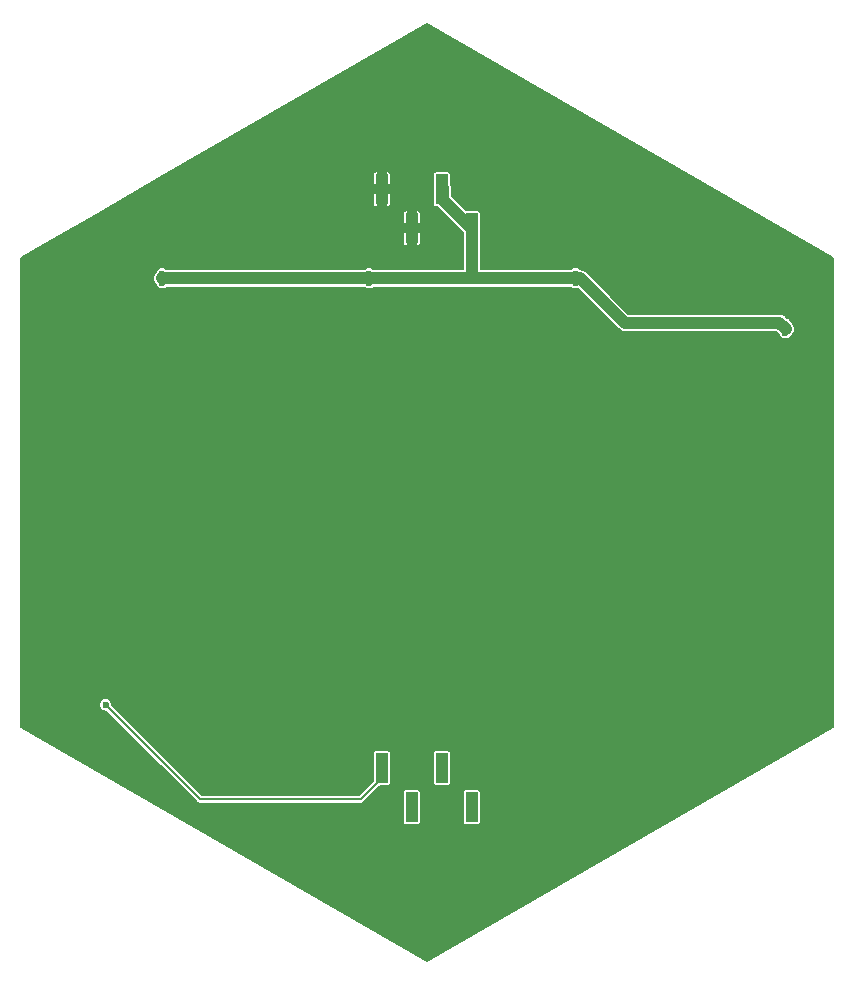
<source format=gbl>
G04 #@! TF.GenerationSoftware,KiCad,Pcbnew,5.1.5+dfsg1-2build2*
G04 #@! TF.CreationDate,2021-12-29T18:44:23+01:00*
G04 #@! TF.ProjectId,hex_led_board,6865785f-6c65-4645-9f62-6f6172642e6b,rev?*
G04 #@! TF.SameCoordinates,Original*
G04 #@! TF.FileFunction,Copper,L2,Bot*
G04 #@! TF.FilePolarity,Positive*
%FSLAX46Y46*%
G04 Gerber Fmt 4.6, Leading zero omitted, Abs format (unit mm)*
G04 Created by KiCad (PCBNEW 5.1.5+dfsg1-2build2) date 2021-12-29 18:44:23*
%MOMM*%
%LPD*%
G04 APERTURE LIST*
%ADD10R,1.000000X2.510000*%
%ADD11C,0.600000*%
%ADD12C,1.000000*%
%ADD13C,0.200000*%
%ADD14C,0.127000*%
G04 APERTURE END LIST*
D10*
X103810000Y-126655000D03*
X98730000Y-126655000D03*
X101270000Y-123345000D03*
X96190000Y-123345000D03*
X96190000Y-74345000D03*
X101270000Y-74345000D03*
X98730000Y-77655000D03*
X103810000Y-77655000D03*
D11*
X102600000Y-89000000D03*
X100600000Y-90000000D03*
X96100000Y-89500000D03*
X102600000Y-96500000D03*
X100600000Y-97500000D03*
X96100000Y-97000000D03*
X102600000Y-104000000D03*
X100600000Y-105000000D03*
X96100000Y-104500000D03*
X96100000Y-112000000D03*
X102600000Y-119000000D03*
X100600000Y-112500000D03*
X102600000Y-111500000D03*
X111350000Y-122750000D03*
X109350000Y-117000000D03*
X111350000Y-115250000D03*
X109350000Y-124500000D03*
X96100000Y-127000000D03*
X100600000Y-127500000D03*
X113600000Y-112000000D03*
X120100000Y-119000000D03*
X113600000Y-119500000D03*
X118100000Y-112500000D03*
X120100000Y-111500000D03*
X118100000Y-120000000D03*
X113600000Y-97000000D03*
X120100000Y-104000000D03*
X113600000Y-104500000D03*
X118100000Y-97500000D03*
X120100000Y-96500000D03*
X118100000Y-105000000D03*
X120100000Y-89000000D03*
X113600000Y-89500000D03*
X118100000Y-82500000D03*
X120100000Y-81500000D03*
X118100000Y-90000000D03*
X76350000Y-100250000D03*
X128850000Y-92750000D03*
X122350000Y-93250000D03*
X122350000Y-100750000D03*
X128850000Y-107750000D03*
X122350000Y-108250000D03*
X128850000Y-100250000D03*
X122350000Y-115750000D03*
X128850000Y-115250000D03*
X85100000Y-89000000D03*
X78600000Y-89500000D03*
X83100000Y-90000000D03*
X78600000Y-97000000D03*
X85100000Y-104000000D03*
X78600000Y-104500000D03*
X83100000Y-97500000D03*
X85100000Y-96500000D03*
X83100000Y-105000000D03*
X78600000Y-112000000D03*
X85100000Y-119000000D03*
X78600000Y-119500000D03*
X83100000Y-112500000D03*
X85100000Y-111500000D03*
X83100000Y-120000000D03*
X87350000Y-115750000D03*
X93850000Y-122750000D03*
X87350000Y-123250000D03*
X93850000Y-115250000D03*
X87350000Y-100750000D03*
X93850000Y-100250000D03*
X87350000Y-108250000D03*
X92100000Y-109500000D03*
X92100000Y-102000000D03*
X87350000Y-85750000D03*
X93850000Y-85250000D03*
X87350000Y-93250000D03*
X92100000Y-94500000D03*
X92100000Y-87000000D03*
X111350000Y-100250000D03*
X109600000Y-109500000D03*
X109600000Y-102000000D03*
X111350000Y-85250000D03*
X109600000Y-94500000D03*
X109600000Y-87000000D03*
X109600000Y-79500000D03*
X87350000Y-78250000D03*
X92100000Y-79500000D03*
X76350000Y-107750000D03*
X74600000Y-117000000D03*
X74600000Y-109500000D03*
X76350000Y-92750000D03*
X74600000Y-102000000D03*
X74600000Y-94500000D03*
X74600000Y-87000000D03*
X102600000Y-74000000D03*
X96100000Y-74500000D03*
X92100000Y-117000000D03*
X92100000Y-124500000D03*
X83100000Y-83000000D03*
X83100000Y-80500000D03*
X78600000Y-83000000D03*
X74600000Y-80500000D03*
X73600000Y-85000000D03*
X73600000Y-92500000D03*
X73600000Y-100000000D03*
X73600000Y-107500000D03*
X100350000Y-79000000D03*
X100350000Y-80250000D03*
X97850000Y-77250000D03*
X96100000Y-78750000D03*
X97850000Y-78500000D03*
X96100000Y-77250000D03*
X99100000Y-75000000D03*
X98100000Y-73500000D03*
X130350000Y-86500000D03*
X130350000Y-85750000D03*
X77600000Y-81500000D03*
X77600000Y-82250000D03*
X95100000Y-81500000D03*
X95100000Y-82250000D03*
X112600000Y-81500000D03*
X112600000Y-82250000D03*
X72800000Y-118000000D03*
D12*
X103000000Y-81900000D02*
X77600000Y-81900000D01*
X113000000Y-81900000D02*
X103000000Y-81900000D01*
X116750000Y-85650000D02*
X113000000Y-81900000D01*
X129850000Y-85650000D02*
X116750000Y-85650000D01*
X130400000Y-86200000D02*
X129850000Y-85650000D01*
X101350000Y-75250000D02*
X101350000Y-74250000D01*
X103850000Y-77750000D02*
X101350000Y-75250000D01*
X103850000Y-81775000D02*
X103850000Y-77750000D01*
X103725000Y-81900000D02*
X103850000Y-81775000D01*
X103000000Y-81900000D02*
X103725000Y-81900000D01*
D13*
X80800000Y-126000000D02*
X72800000Y-118000000D01*
X94400000Y-126000000D02*
X80800000Y-126000000D01*
X96350000Y-124050000D02*
X94400000Y-126000000D01*
X96350000Y-123400000D02*
X96350000Y-124050000D01*
D14*
G36*
X134352533Y-80166566D02*
G01*
X134352532Y-119833435D01*
X100000017Y-139666869D01*
X65647500Y-119833435D01*
X65647500Y-117944500D01*
X72236500Y-117944500D01*
X72236500Y-118055500D01*
X72258155Y-118164367D01*
X72300632Y-118266918D01*
X72362301Y-118359211D01*
X72440789Y-118437699D01*
X72533082Y-118499368D01*
X72635633Y-118541845D01*
X72744500Y-118563500D01*
X72849434Y-118563500D01*
X80530346Y-126244412D01*
X80541724Y-126258276D01*
X80555588Y-126269654D01*
X80597072Y-126303700D01*
X80597074Y-126303701D01*
X80660222Y-126337454D01*
X80728742Y-126358240D01*
X80782150Y-126363500D01*
X80782159Y-126363500D01*
X80799999Y-126365257D01*
X80817839Y-126363500D01*
X94382160Y-126363500D01*
X94400000Y-126365257D01*
X94417840Y-126363500D01*
X94417850Y-126363500D01*
X94471258Y-126358240D01*
X94539778Y-126337454D01*
X94602926Y-126303701D01*
X94658276Y-126258276D01*
X94669654Y-126244412D01*
X95514066Y-125400000D01*
X97965226Y-125400000D01*
X97965226Y-127910000D01*
X97970314Y-127961655D01*
X97985381Y-128011325D01*
X98009848Y-128057101D01*
X98042777Y-128097223D01*
X98082899Y-128130152D01*
X98128675Y-128154619D01*
X98178345Y-128169686D01*
X98230000Y-128174774D01*
X99230000Y-128174774D01*
X99281655Y-128169686D01*
X99331325Y-128154619D01*
X99377101Y-128130152D01*
X99417223Y-128097223D01*
X99450152Y-128057101D01*
X99474619Y-128011325D01*
X99489686Y-127961655D01*
X99494774Y-127910000D01*
X99494774Y-125400000D01*
X103045226Y-125400000D01*
X103045226Y-127910000D01*
X103050314Y-127961655D01*
X103065381Y-128011325D01*
X103089848Y-128057101D01*
X103122777Y-128097223D01*
X103162899Y-128130152D01*
X103208675Y-128154619D01*
X103258345Y-128169686D01*
X103310000Y-128174774D01*
X104310000Y-128174774D01*
X104361655Y-128169686D01*
X104411325Y-128154619D01*
X104457101Y-128130152D01*
X104497223Y-128097223D01*
X104530152Y-128057101D01*
X104554619Y-128011325D01*
X104569686Y-127961655D01*
X104574774Y-127910000D01*
X104574774Y-125400000D01*
X104569686Y-125348345D01*
X104554619Y-125298675D01*
X104530152Y-125252899D01*
X104497223Y-125212777D01*
X104457101Y-125179848D01*
X104411325Y-125155381D01*
X104361655Y-125140314D01*
X104310000Y-125135226D01*
X103310000Y-125135226D01*
X103258345Y-125140314D01*
X103208675Y-125155381D01*
X103162899Y-125179848D01*
X103122777Y-125212777D01*
X103089848Y-125252899D01*
X103065381Y-125298675D01*
X103050314Y-125348345D01*
X103045226Y-125400000D01*
X99494774Y-125400000D01*
X99489686Y-125348345D01*
X99474619Y-125298675D01*
X99450152Y-125252899D01*
X99417223Y-125212777D01*
X99377101Y-125179848D01*
X99331325Y-125155381D01*
X99281655Y-125140314D01*
X99230000Y-125135226D01*
X98230000Y-125135226D01*
X98178345Y-125140314D01*
X98128675Y-125155381D01*
X98082899Y-125179848D01*
X98042777Y-125212777D01*
X98009848Y-125252899D01*
X97985381Y-125298675D01*
X97970314Y-125348345D01*
X97965226Y-125400000D01*
X95514066Y-125400000D01*
X96049292Y-124864774D01*
X96690000Y-124864774D01*
X96741655Y-124859686D01*
X96791325Y-124844619D01*
X96837101Y-124820152D01*
X96877223Y-124787223D01*
X96910152Y-124747101D01*
X96934619Y-124701325D01*
X96949686Y-124651655D01*
X96954774Y-124600000D01*
X96954774Y-122090000D01*
X100505226Y-122090000D01*
X100505226Y-124600000D01*
X100510314Y-124651655D01*
X100525381Y-124701325D01*
X100549848Y-124747101D01*
X100582777Y-124787223D01*
X100622899Y-124820152D01*
X100668675Y-124844619D01*
X100718345Y-124859686D01*
X100770000Y-124864774D01*
X101770000Y-124864774D01*
X101821655Y-124859686D01*
X101871325Y-124844619D01*
X101917101Y-124820152D01*
X101957223Y-124787223D01*
X101990152Y-124747101D01*
X102014619Y-124701325D01*
X102029686Y-124651655D01*
X102034774Y-124600000D01*
X102034774Y-122090000D01*
X102029686Y-122038345D01*
X102014619Y-121988675D01*
X101990152Y-121942899D01*
X101957223Y-121902777D01*
X101917101Y-121869848D01*
X101871325Y-121845381D01*
X101821655Y-121830314D01*
X101770000Y-121825226D01*
X100770000Y-121825226D01*
X100718345Y-121830314D01*
X100668675Y-121845381D01*
X100622899Y-121869848D01*
X100582777Y-121902777D01*
X100549848Y-121942899D01*
X100525381Y-121988675D01*
X100510314Y-122038345D01*
X100505226Y-122090000D01*
X96954774Y-122090000D01*
X96949686Y-122038345D01*
X96934619Y-121988675D01*
X96910152Y-121942899D01*
X96877223Y-121902777D01*
X96837101Y-121869848D01*
X96791325Y-121845381D01*
X96741655Y-121830314D01*
X96690000Y-121825226D01*
X95690000Y-121825226D01*
X95638345Y-121830314D01*
X95588675Y-121845381D01*
X95542899Y-121869848D01*
X95502777Y-121902777D01*
X95469848Y-121942899D01*
X95445381Y-121988675D01*
X95430314Y-122038345D01*
X95425226Y-122090000D01*
X95425226Y-124460708D01*
X94249434Y-125636500D01*
X80950566Y-125636500D01*
X73363500Y-118049434D01*
X73363500Y-117944500D01*
X73341845Y-117835633D01*
X73299368Y-117733082D01*
X73237699Y-117640789D01*
X73159211Y-117562301D01*
X73066918Y-117500632D01*
X72964367Y-117458155D01*
X72855500Y-117436500D01*
X72744500Y-117436500D01*
X72635633Y-117458155D01*
X72533082Y-117500632D01*
X72440789Y-117562301D01*
X72362301Y-117640789D01*
X72300632Y-117733082D01*
X72258155Y-117835633D01*
X72236500Y-117944500D01*
X65647500Y-117944500D01*
X65647500Y-81900000D01*
X76832806Y-81900000D01*
X76847547Y-82049672D01*
X76891205Y-82193592D01*
X76962102Y-82326230D01*
X77057512Y-82442488D01*
X77076132Y-82457769D01*
X77100632Y-82516918D01*
X77162301Y-82609211D01*
X77240789Y-82687699D01*
X77333082Y-82749368D01*
X77435633Y-82791845D01*
X77544500Y-82813500D01*
X77655500Y-82813500D01*
X77764367Y-82791845D01*
X77866918Y-82749368D01*
X77959211Y-82687699D01*
X77983410Y-82663500D01*
X94716590Y-82663500D01*
X94740789Y-82687699D01*
X94833082Y-82749368D01*
X94935633Y-82791845D01*
X95044500Y-82813500D01*
X95155500Y-82813500D01*
X95264367Y-82791845D01*
X95366918Y-82749368D01*
X95459211Y-82687699D01*
X95483410Y-82663500D01*
X103687504Y-82663500D01*
X103725000Y-82667193D01*
X103762496Y-82663500D01*
X112216590Y-82663500D01*
X112240789Y-82687699D01*
X112333082Y-82749368D01*
X112435633Y-82791845D01*
X112544500Y-82813500D01*
X112655500Y-82813500D01*
X112764367Y-82791845D01*
X112798115Y-82777866D01*
X116183602Y-86163354D01*
X116207512Y-86192488D01*
X116236643Y-86216395D01*
X116236645Y-86216397D01*
X116323769Y-86287898D01*
X116394666Y-86325793D01*
X116456408Y-86358795D01*
X116600328Y-86402453D01*
X116712493Y-86413500D01*
X116712503Y-86413500D01*
X116750000Y-86417193D01*
X116787496Y-86413500D01*
X129533749Y-86413500D01*
X129824800Y-86704551D01*
X129850632Y-86766918D01*
X129912301Y-86859211D01*
X129990789Y-86937699D01*
X130083082Y-86999368D01*
X130185633Y-87041845D01*
X130294500Y-87063500D01*
X130405500Y-87063500D01*
X130514367Y-87041845D01*
X130616918Y-86999368D01*
X130709211Y-86937699D01*
X130787699Y-86859211D01*
X130788445Y-86858094D01*
X130826230Y-86837898D01*
X130942487Y-86742487D01*
X131037898Y-86626230D01*
X131108794Y-86493592D01*
X131152451Y-86349671D01*
X131167193Y-86199999D01*
X131152451Y-86050327D01*
X131108794Y-85906406D01*
X131037898Y-85773769D01*
X130966397Y-85686645D01*
X130898415Y-85618663D01*
X130891845Y-85585633D01*
X130849368Y-85483082D01*
X130787699Y-85390789D01*
X130709211Y-85312301D01*
X130616918Y-85250632D01*
X130514367Y-85208155D01*
X130481336Y-85201585D01*
X130416400Y-85136649D01*
X130392488Y-85107512D01*
X130276230Y-85012102D01*
X130143592Y-84941205D01*
X129999672Y-84897547D01*
X129887507Y-84886500D01*
X129887496Y-84886500D01*
X129850000Y-84882807D01*
X129812504Y-84886500D01*
X117066252Y-84886500D01*
X113566400Y-81386649D01*
X113542488Y-81357512D01*
X113426230Y-81262102D01*
X113293592Y-81191205D01*
X113149672Y-81147547D01*
X113037507Y-81136500D01*
X113037496Y-81136500D01*
X113032964Y-81136054D01*
X112959211Y-81062301D01*
X112866918Y-81000632D01*
X112764367Y-80958155D01*
X112655500Y-80936500D01*
X112544500Y-80936500D01*
X112435633Y-80958155D01*
X112333082Y-81000632D01*
X112240789Y-81062301D01*
X112166590Y-81136500D01*
X104613500Y-81136500D01*
X104613500Y-77787496D01*
X104617193Y-77750000D01*
X104613500Y-77712503D01*
X104613500Y-77712493D01*
X104602453Y-77600328D01*
X104574774Y-77509083D01*
X104574774Y-76400000D01*
X104569686Y-76348345D01*
X104554619Y-76298675D01*
X104530152Y-76252899D01*
X104497223Y-76212777D01*
X104457101Y-76179848D01*
X104411325Y-76155381D01*
X104361655Y-76140314D01*
X104310000Y-76135226D01*
X103314978Y-76135226D01*
X102113500Y-74933749D01*
X102113500Y-74212493D01*
X102102453Y-74100328D01*
X102058795Y-73956408D01*
X102034774Y-73911468D01*
X102034774Y-73090000D01*
X102029686Y-73038345D01*
X102014619Y-72988675D01*
X101990152Y-72942899D01*
X101957223Y-72902777D01*
X101917101Y-72869848D01*
X101871325Y-72845381D01*
X101821655Y-72830314D01*
X101770000Y-72825226D01*
X100770000Y-72825226D01*
X100718345Y-72830314D01*
X100668675Y-72845381D01*
X100622899Y-72869848D01*
X100582777Y-72902777D01*
X100549848Y-72942899D01*
X100525381Y-72988675D01*
X100510314Y-73038345D01*
X100505226Y-73090000D01*
X100505226Y-75600000D01*
X100510314Y-75651655D01*
X100525381Y-75701325D01*
X100549848Y-75747101D01*
X100582777Y-75787223D01*
X100622899Y-75820152D01*
X100668675Y-75844619D01*
X100718345Y-75859686D01*
X100770000Y-75864774D01*
X100885023Y-75864774D01*
X103045226Y-78024978D01*
X103045226Y-78910000D01*
X103050314Y-78961655D01*
X103065381Y-79011325D01*
X103086501Y-79050838D01*
X103086500Y-81136500D01*
X95533410Y-81136500D01*
X95459211Y-81062301D01*
X95366918Y-81000632D01*
X95264367Y-80958155D01*
X95155500Y-80936500D01*
X95044500Y-80936500D01*
X94935633Y-80958155D01*
X94833082Y-81000632D01*
X94740789Y-81062301D01*
X94666590Y-81136500D01*
X78033410Y-81136500D01*
X77959211Y-81062301D01*
X77866918Y-81000632D01*
X77764367Y-80958155D01*
X77655500Y-80936500D01*
X77544500Y-80936500D01*
X77435633Y-80958155D01*
X77333082Y-81000632D01*
X77240789Y-81062301D01*
X77162301Y-81140789D01*
X77100632Y-81233082D01*
X77058155Y-81335633D01*
X77052616Y-81363477D01*
X76962102Y-81473770D01*
X76891205Y-81606408D01*
X76847547Y-81750328D01*
X76832806Y-81900000D01*
X65647500Y-81900000D01*
X65647500Y-80166565D01*
X67823934Y-78910000D01*
X97965225Y-78910000D01*
X97970313Y-78961655D01*
X97985380Y-79011325D01*
X98009848Y-79057101D01*
X98042776Y-79097224D01*
X98082899Y-79130152D01*
X98128675Y-79154620D01*
X98178345Y-79169687D01*
X98230000Y-79174775D01*
X98327625Y-79173500D01*
X98393500Y-79107625D01*
X98393500Y-77991500D01*
X99066500Y-77991500D01*
X99066500Y-79107625D01*
X99132375Y-79173500D01*
X99230000Y-79174775D01*
X99281655Y-79169687D01*
X99331325Y-79154620D01*
X99377101Y-79130152D01*
X99417224Y-79097224D01*
X99450152Y-79057101D01*
X99474620Y-79011325D01*
X99489687Y-78961655D01*
X99494775Y-78910000D01*
X99493500Y-78057375D01*
X99427625Y-77991500D01*
X99066500Y-77991500D01*
X98393500Y-77991500D01*
X98032375Y-77991500D01*
X97966500Y-78057375D01*
X97965225Y-78910000D01*
X67823934Y-78910000D01*
X72171381Y-76400000D01*
X97965225Y-76400000D01*
X97966500Y-77252625D01*
X98032375Y-77318500D01*
X98393500Y-77318500D01*
X98393500Y-76202375D01*
X99066500Y-76202375D01*
X99066500Y-77318500D01*
X99427625Y-77318500D01*
X99493500Y-77252625D01*
X99494775Y-76400000D01*
X99489687Y-76348345D01*
X99474620Y-76298675D01*
X99450152Y-76252899D01*
X99417224Y-76212776D01*
X99377101Y-76179848D01*
X99331325Y-76155380D01*
X99281655Y-76140313D01*
X99230000Y-76135225D01*
X99132375Y-76136500D01*
X99066500Y-76202375D01*
X98393500Y-76202375D01*
X98327625Y-76136500D01*
X98230000Y-76135225D01*
X98178345Y-76140313D01*
X98128675Y-76155380D01*
X98082899Y-76179848D01*
X98042776Y-76212776D01*
X98009848Y-76252899D01*
X97985380Y-76298675D01*
X97970313Y-76348345D01*
X97965225Y-76400000D01*
X72171381Y-76400000D01*
X73557022Y-75600000D01*
X95425225Y-75600000D01*
X95430313Y-75651655D01*
X95445380Y-75701325D01*
X95469848Y-75747101D01*
X95502776Y-75787224D01*
X95542899Y-75820152D01*
X95588675Y-75844620D01*
X95638345Y-75859687D01*
X95690000Y-75864775D01*
X95787625Y-75863500D01*
X95853500Y-75797625D01*
X95853500Y-74681500D01*
X96526500Y-74681500D01*
X96526500Y-75797625D01*
X96592375Y-75863500D01*
X96690000Y-75864775D01*
X96741655Y-75859687D01*
X96791325Y-75844620D01*
X96837101Y-75820152D01*
X96877224Y-75787224D01*
X96910152Y-75747101D01*
X96934620Y-75701325D01*
X96949687Y-75651655D01*
X96954775Y-75600000D01*
X96953500Y-74747375D01*
X96887625Y-74681500D01*
X96526500Y-74681500D01*
X95853500Y-74681500D01*
X95492375Y-74681500D01*
X95426500Y-74747375D01*
X95425225Y-75600000D01*
X73557022Y-75600000D01*
X77904469Y-73090000D01*
X95425225Y-73090000D01*
X95426500Y-73942625D01*
X95492375Y-74008500D01*
X95853500Y-74008500D01*
X95853500Y-72892375D01*
X96526500Y-72892375D01*
X96526500Y-74008500D01*
X96887625Y-74008500D01*
X96953500Y-73942625D01*
X96954775Y-73090000D01*
X96949687Y-73038345D01*
X96934620Y-72988675D01*
X96910152Y-72942899D01*
X96877224Y-72902776D01*
X96837101Y-72869848D01*
X96791325Y-72845380D01*
X96741655Y-72830313D01*
X96690000Y-72825225D01*
X96592375Y-72826500D01*
X96526500Y-72892375D01*
X95853500Y-72892375D01*
X95787625Y-72826500D01*
X95690000Y-72825225D01*
X95638345Y-72830313D01*
X95588675Y-72845380D01*
X95542899Y-72869848D01*
X95502776Y-72902776D01*
X95469848Y-72942899D01*
X95445380Y-72988675D01*
X95430313Y-73038345D01*
X95425225Y-73090000D01*
X77904469Y-73090000D01*
X100000017Y-60333131D01*
X134352533Y-80166566D01*
G37*
X134352533Y-80166566D02*
X134352532Y-119833435D01*
X100000017Y-139666869D01*
X65647500Y-119833435D01*
X65647500Y-117944500D01*
X72236500Y-117944500D01*
X72236500Y-118055500D01*
X72258155Y-118164367D01*
X72300632Y-118266918D01*
X72362301Y-118359211D01*
X72440789Y-118437699D01*
X72533082Y-118499368D01*
X72635633Y-118541845D01*
X72744500Y-118563500D01*
X72849434Y-118563500D01*
X80530346Y-126244412D01*
X80541724Y-126258276D01*
X80555588Y-126269654D01*
X80597072Y-126303700D01*
X80597074Y-126303701D01*
X80660222Y-126337454D01*
X80728742Y-126358240D01*
X80782150Y-126363500D01*
X80782159Y-126363500D01*
X80799999Y-126365257D01*
X80817839Y-126363500D01*
X94382160Y-126363500D01*
X94400000Y-126365257D01*
X94417840Y-126363500D01*
X94417850Y-126363500D01*
X94471258Y-126358240D01*
X94539778Y-126337454D01*
X94602926Y-126303701D01*
X94658276Y-126258276D01*
X94669654Y-126244412D01*
X95514066Y-125400000D01*
X97965226Y-125400000D01*
X97965226Y-127910000D01*
X97970314Y-127961655D01*
X97985381Y-128011325D01*
X98009848Y-128057101D01*
X98042777Y-128097223D01*
X98082899Y-128130152D01*
X98128675Y-128154619D01*
X98178345Y-128169686D01*
X98230000Y-128174774D01*
X99230000Y-128174774D01*
X99281655Y-128169686D01*
X99331325Y-128154619D01*
X99377101Y-128130152D01*
X99417223Y-128097223D01*
X99450152Y-128057101D01*
X99474619Y-128011325D01*
X99489686Y-127961655D01*
X99494774Y-127910000D01*
X99494774Y-125400000D01*
X103045226Y-125400000D01*
X103045226Y-127910000D01*
X103050314Y-127961655D01*
X103065381Y-128011325D01*
X103089848Y-128057101D01*
X103122777Y-128097223D01*
X103162899Y-128130152D01*
X103208675Y-128154619D01*
X103258345Y-128169686D01*
X103310000Y-128174774D01*
X104310000Y-128174774D01*
X104361655Y-128169686D01*
X104411325Y-128154619D01*
X104457101Y-128130152D01*
X104497223Y-128097223D01*
X104530152Y-128057101D01*
X104554619Y-128011325D01*
X104569686Y-127961655D01*
X104574774Y-127910000D01*
X104574774Y-125400000D01*
X104569686Y-125348345D01*
X104554619Y-125298675D01*
X104530152Y-125252899D01*
X104497223Y-125212777D01*
X104457101Y-125179848D01*
X104411325Y-125155381D01*
X104361655Y-125140314D01*
X104310000Y-125135226D01*
X103310000Y-125135226D01*
X103258345Y-125140314D01*
X103208675Y-125155381D01*
X103162899Y-125179848D01*
X103122777Y-125212777D01*
X103089848Y-125252899D01*
X103065381Y-125298675D01*
X103050314Y-125348345D01*
X103045226Y-125400000D01*
X99494774Y-125400000D01*
X99489686Y-125348345D01*
X99474619Y-125298675D01*
X99450152Y-125252899D01*
X99417223Y-125212777D01*
X99377101Y-125179848D01*
X99331325Y-125155381D01*
X99281655Y-125140314D01*
X99230000Y-125135226D01*
X98230000Y-125135226D01*
X98178345Y-125140314D01*
X98128675Y-125155381D01*
X98082899Y-125179848D01*
X98042777Y-125212777D01*
X98009848Y-125252899D01*
X97985381Y-125298675D01*
X97970314Y-125348345D01*
X97965226Y-125400000D01*
X95514066Y-125400000D01*
X96049292Y-124864774D01*
X96690000Y-124864774D01*
X96741655Y-124859686D01*
X96791325Y-124844619D01*
X96837101Y-124820152D01*
X96877223Y-124787223D01*
X96910152Y-124747101D01*
X96934619Y-124701325D01*
X96949686Y-124651655D01*
X96954774Y-124600000D01*
X96954774Y-122090000D01*
X100505226Y-122090000D01*
X100505226Y-124600000D01*
X100510314Y-124651655D01*
X100525381Y-124701325D01*
X100549848Y-124747101D01*
X100582777Y-124787223D01*
X100622899Y-124820152D01*
X100668675Y-124844619D01*
X100718345Y-124859686D01*
X100770000Y-124864774D01*
X101770000Y-124864774D01*
X101821655Y-124859686D01*
X101871325Y-124844619D01*
X101917101Y-124820152D01*
X101957223Y-124787223D01*
X101990152Y-124747101D01*
X102014619Y-124701325D01*
X102029686Y-124651655D01*
X102034774Y-124600000D01*
X102034774Y-122090000D01*
X102029686Y-122038345D01*
X102014619Y-121988675D01*
X101990152Y-121942899D01*
X101957223Y-121902777D01*
X101917101Y-121869848D01*
X101871325Y-121845381D01*
X101821655Y-121830314D01*
X101770000Y-121825226D01*
X100770000Y-121825226D01*
X100718345Y-121830314D01*
X100668675Y-121845381D01*
X100622899Y-121869848D01*
X100582777Y-121902777D01*
X100549848Y-121942899D01*
X100525381Y-121988675D01*
X100510314Y-122038345D01*
X100505226Y-122090000D01*
X96954774Y-122090000D01*
X96949686Y-122038345D01*
X96934619Y-121988675D01*
X96910152Y-121942899D01*
X96877223Y-121902777D01*
X96837101Y-121869848D01*
X96791325Y-121845381D01*
X96741655Y-121830314D01*
X96690000Y-121825226D01*
X95690000Y-121825226D01*
X95638345Y-121830314D01*
X95588675Y-121845381D01*
X95542899Y-121869848D01*
X95502777Y-121902777D01*
X95469848Y-121942899D01*
X95445381Y-121988675D01*
X95430314Y-122038345D01*
X95425226Y-122090000D01*
X95425226Y-124460708D01*
X94249434Y-125636500D01*
X80950566Y-125636500D01*
X73363500Y-118049434D01*
X73363500Y-117944500D01*
X73341845Y-117835633D01*
X73299368Y-117733082D01*
X73237699Y-117640789D01*
X73159211Y-117562301D01*
X73066918Y-117500632D01*
X72964367Y-117458155D01*
X72855500Y-117436500D01*
X72744500Y-117436500D01*
X72635633Y-117458155D01*
X72533082Y-117500632D01*
X72440789Y-117562301D01*
X72362301Y-117640789D01*
X72300632Y-117733082D01*
X72258155Y-117835633D01*
X72236500Y-117944500D01*
X65647500Y-117944500D01*
X65647500Y-81900000D01*
X76832806Y-81900000D01*
X76847547Y-82049672D01*
X76891205Y-82193592D01*
X76962102Y-82326230D01*
X77057512Y-82442488D01*
X77076132Y-82457769D01*
X77100632Y-82516918D01*
X77162301Y-82609211D01*
X77240789Y-82687699D01*
X77333082Y-82749368D01*
X77435633Y-82791845D01*
X77544500Y-82813500D01*
X77655500Y-82813500D01*
X77764367Y-82791845D01*
X77866918Y-82749368D01*
X77959211Y-82687699D01*
X77983410Y-82663500D01*
X94716590Y-82663500D01*
X94740789Y-82687699D01*
X94833082Y-82749368D01*
X94935633Y-82791845D01*
X95044500Y-82813500D01*
X95155500Y-82813500D01*
X95264367Y-82791845D01*
X95366918Y-82749368D01*
X95459211Y-82687699D01*
X95483410Y-82663500D01*
X103687504Y-82663500D01*
X103725000Y-82667193D01*
X103762496Y-82663500D01*
X112216590Y-82663500D01*
X112240789Y-82687699D01*
X112333082Y-82749368D01*
X112435633Y-82791845D01*
X112544500Y-82813500D01*
X112655500Y-82813500D01*
X112764367Y-82791845D01*
X112798115Y-82777866D01*
X116183602Y-86163354D01*
X116207512Y-86192488D01*
X116236643Y-86216395D01*
X116236645Y-86216397D01*
X116323769Y-86287898D01*
X116394666Y-86325793D01*
X116456408Y-86358795D01*
X116600328Y-86402453D01*
X116712493Y-86413500D01*
X116712503Y-86413500D01*
X116750000Y-86417193D01*
X116787496Y-86413500D01*
X129533749Y-86413500D01*
X129824800Y-86704551D01*
X129850632Y-86766918D01*
X129912301Y-86859211D01*
X129990789Y-86937699D01*
X130083082Y-86999368D01*
X130185633Y-87041845D01*
X130294500Y-87063500D01*
X130405500Y-87063500D01*
X130514367Y-87041845D01*
X130616918Y-86999368D01*
X130709211Y-86937699D01*
X130787699Y-86859211D01*
X130788445Y-86858094D01*
X130826230Y-86837898D01*
X130942487Y-86742487D01*
X131037898Y-86626230D01*
X131108794Y-86493592D01*
X131152451Y-86349671D01*
X131167193Y-86199999D01*
X131152451Y-86050327D01*
X131108794Y-85906406D01*
X131037898Y-85773769D01*
X130966397Y-85686645D01*
X130898415Y-85618663D01*
X130891845Y-85585633D01*
X130849368Y-85483082D01*
X130787699Y-85390789D01*
X130709211Y-85312301D01*
X130616918Y-85250632D01*
X130514367Y-85208155D01*
X130481336Y-85201585D01*
X130416400Y-85136649D01*
X130392488Y-85107512D01*
X130276230Y-85012102D01*
X130143592Y-84941205D01*
X129999672Y-84897547D01*
X129887507Y-84886500D01*
X129887496Y-84886500D01*
X129850000Y-84882807D01*
X129812504Y-84886500D01*
X117066252Y-84886500D01*
X113566400Y-81386649D01*
X113542488Y-81357512D01*
X113426230Y-81262102D01*
X113293592Y-81191205D01*
X113149672Y-81147547D01*
X113037507Y-81136500D01*
X113037496Y-81136500D01*
X113032964Y-81136054D01*
X112959211Y-81062301D01*
X112866918Y-81000632D01*
X112764367Y-80958155D01*
X112655500Y-80936500D01*
X112544500Y-80936500D01*
X112435633Y-80958155D01*
X112333082Y-81000632D01*
X112240789Y-81062301D01*
X112166590Y-81136500D01*
X104613500Y-81136500D01*
X104613500Y-77787496D01*
X104617193Y-77750000D01*
X104613500Y-77712503D01*
X104613500Y-77712493D01*
X104602453Y-77600328D01*
X104574774Y-77509083D01*
X104574774Y-76400000D01*
X104569686Y-76348345D01*
X104554619Y-76298675D01*
X104530152Y-76252899D01*
X104497223Y-76212777D01*
X104457101Y-76179848D01*
X104411325Y-76155381D01*
X104361655Y-76140314D01*
X104310000Y-76135226D01*
X103314978Y-76135226D01*
X102113500Y-74933749D01*
X102113500Y-74212493D01*
X102102453Y-74100328D01*
X102058795Y-73956408D01*
X102034774Y-73911468D01*
X102034774Y-73090000D01*
X102029686Y-73038345D01*
X102014619Y-72988675D01*
X101990152Y-72942899D01*
X101957223Y-72902777D01*
X101917101Y-72869848D01*
X101871325Y-72845381D01*
X101821655Y-72830314D01*
X101770000Y-72825226D01*
X100770000Y-72825226D01*
X100718345Y-72830314D01*
X100668675Y-72845381D01*
X100622899Y-72869848D01*
X100582777Y-72902777D01*
X100549848Y-72942899D01*
X100525381Y-72988675D01*
X100510314Y-73038345D01*
X100505226Y-73090000D01*
X100505226Y-75600000D01*
X100510314Y-75651655D01*
X100525381Y-75701325D01*
X100549848Y-75747101D01*
X100582777Y-75787223D01*
X100622899Y-75820152D01*
X100668675Y-75844619D01*
X100718345Y-75859686D01*
X100770000Y-75864774D01*
X100885023Y-75864774D01*
X103045226Y-78024978D01*
X103045226Y-78910000D01*
X103050314Y-78961655D01*
X103065381Y-79011325D01*
X103086501Y-79050838D01*
X103086500Y-81136500D01*
X95533410Y-81136500D01*
X95459211Y-81062301D01*
X95366918Y-81000632D01*
X95264367Y-80958155D01*
X95155500Y-80936500D01*
X95044500Y-80936500D01*
X94935633Y-80958155D01*
X94833082Y-81000632D01*
X94740789Y-81062301D01*
X94666590Y-81136500D01*
X78033410Y-81136500D01*
X77959211Y-81062301D01*
X77866918Y-81000632D01*
X77764367Y-80958155D01*
X77655500Y-80936500D01*
X77544500Y-80936500D01*
X77435633Y-80958155D01*
X77333082Y-81000632D01*
X77240789Y-81062301D01*
X77162301Y-81140789D01*
X77100632Y-81233082D01*
X77058155Y-81335633D01*
X77052616Y-81363477D01*
X76962102Y-81473770D01*
X76891205Y-81606408D01*
X76847547Y-81750328D01*
X76832806Y-81900000D01*
X65647500Y-81900000D01*
X65647500Y-80166565D01*
X67823934Y-78910000D01*
X97965225Y-78910000D01*
X97970313Y-78961655D01*
X97985380Y-79011325D01*
X98009848Y-79057101D01*
X98042776Y-79097224D01*
X98082899Y-79130152D01*
X98128675Y-79154620D01*
X98178345Y-79169687D01*
X98230000Y-79174775D01*
X98327625Y-79173500D01*
X98393500Y-79107625D01*
X98393500Y-77991500D01*
X99066500Y-77991500D01*
X99066500Y-79107625D01*
X99132375Y-79173500D01*
X99230000Y-79174775D01*
X99281655Y-79169687D01*
X99331325Y-79154620D01*
X99377101Y-79130152D01*
X99417224Y-79097224D01*
X99450152Y-79057101D01*
X99474620Y-79011325D01*
X99489687Y-78961655D01*
X99494775Y-78910000D01*
X99493500Y-78057375D01*
X99427625Y-77991500D01*
X99066500Y-77991500D01*
X98393500Y-77991500D01*
X98032375Y-77991500D01*
X97966500Y-78057375D01*
X97965225Y-78910000D01*
X67823934Y-78910000D01*
X72171381Y-76400000D01*
X97965225Y-76400000D01*
X97966500Y-77252625D01*
X98032375Y-77318500D01*
X98393500Y-77318500D01*
X98393500Y-76202375D01*
X99066500Y-76202375D01*
X99066500Y-77318500D01*
X99427625Y-77318500D01*
X99493500Y-77252625D01*
X99494775Y-76400000D01*
X99489687Y-76348345D01*
X99474620Y-76298675D01*
X99450152Y-76252899D01*
X99417224Y-76212776D01*
X99377101Y-76179848D01*
X99331325Y-76155380D01*
X99281655Y-76140313D01*
X99230000Y-76135225D01*
X99132375Y-76136500D01*
X99066500Y-76202375D01*
X98393500Y-76202375D01*
X98327625Y-76136500D01*
X98230000Y-76135225D01*
X98178345Y-76140313D01*
X98128675Y-76155380D01*
X98082899Y-76179848D01*
X98042776Y-76212776D01*
X98009848Y-76252899D01*
X97985380Y-76298675D01*
X97970313Y-76348345D01*
X97965225Y-76400000D01*
X72171381Y-76400000D01*
X73557022Y-75600000D01*
X95425225Y-75600000D01*
X95430313Y-75651655D01*
X95445380Y-75701325D01*
X95469848Y-75747101D01*
X95502776Y-75787224D01*
X95542899Y-75820152D01*
X95588675Y-75844620D01*
X95638345Y-75859687D01*
X95690000Y-75864775D01*
X95787625Y-75863500D01*
X95853500Y-75797625D01*
X95853500Y-74681500D01*
X96526500Y-74681500D01*
X96526500Y-75797625D01*
X96592375Y-75863500D01*
X96690000Y-75864775D01*
X96741655Y-75859687D01*
X96791325Y-75844620D01*
X96837101Y-75820152D01*
X96877224Y-75787224D01*
X96910152Y-75747101D01*
X96934620Y-75701325D01*
X96949687Y-75651655D01*
X96954775Y-75600000D01*
X96953500Y-74747375D01*
X96887625Y-74681500D01*
X96526500Y-74681500D01*
X95853500Y-74681500D01*
X95492375Y-74681500D01*
X95426500Y-74747375D01*
X95425225Y-75600000D01*
X73557022Y-75600000D01*
X77904469Y-73090000D01*
X95425225Y-73090000D01*
X95426500Y-73942625D01*
X95492375Y-74008500D01*
X95853500Y-74008500D01*
X95853500Y-72892375D01*
X96526500Y-72892375D01*
X96526500Y-74008500D01*
X96887625Y-74008500D01*
X96953500Y-73942625D01*
X96954775Y-73090000D01*
X96949687Y-73038345D01*
X96934620Y-72988675D01*
X96910152Y-72942899D01*
X96877224Y-72902776D01*
X96837101Y-72869848D01*
X96791325Y-72845380D01*
X96741655Y-72830313D01*
X96690000Y-72825225D01*
X96592375Y-72826500D01*
X96526500Y-72892375D01*
X95853500Y-72892375D01*
X95787625Y-72826500D01*
X95690000Y-72825225D01*
X95638345Y-72830313D01*
X95588675Y-72845380D01*
X95542899Y-72869848D01*
X95502776Y-72902776D01*
X95469848Y-72942899D01*
X95445380Y-72988675D01*
X95430313Y-73038345D01*
X95425225Y-73090000D01*
X77904469Y-73090000D01*
X100000017Y-60333131D01*
X134352533Y-80166566D01*
M02*

</source>
